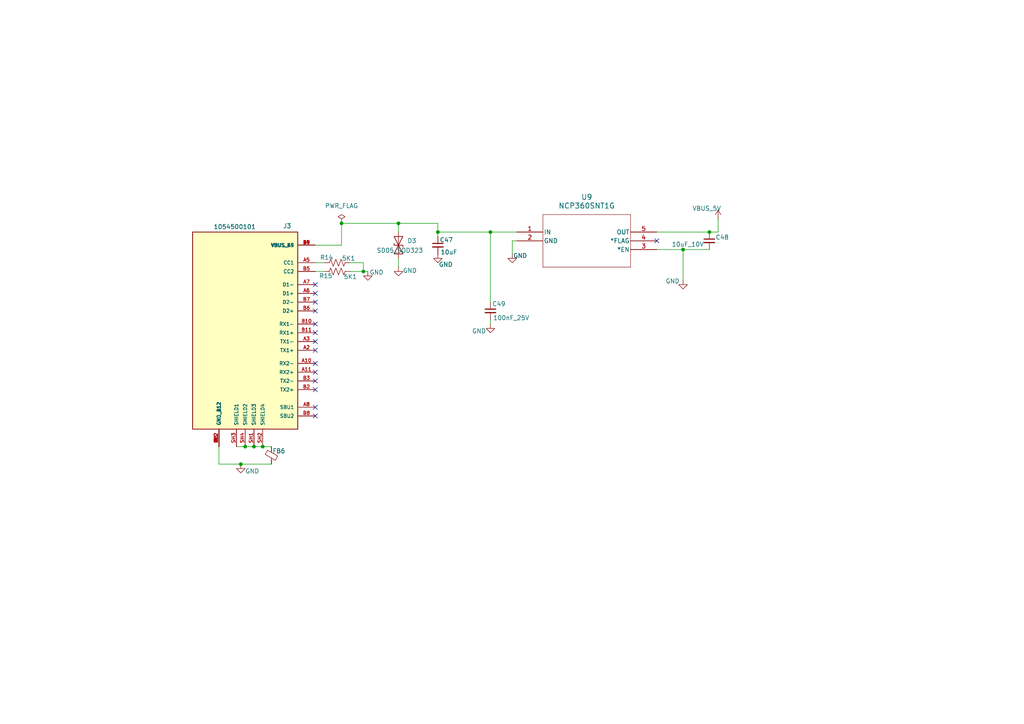
<source format=kicad_sch>
(kicad_sch
	(version 20250114)
	(generator "eeschema")
	(generator_version "9.0")
	(uuid "d411a5e2-9716-4547-8c5f-d2b9c7e61a4f")
	(paper "A4")
	(lib_symbols
		(symbol "Device:C_Small"
			(pin_numbers
				(hide yes)
			)
			(pin_names
				(offset 0.254)
				(hide yes)
			)
			(exclude_from_sim no)
			(in_bom yes)
			(on_board yes)
			(property "Reference" "C"
				(at 0.254 1.778 0)
				(effects
					(font
						(size 1.27 1.27)
					)
					(justify left)
				)
			)
			(property "Value" "C_Small"
				(at 0.254 -2.032 0)
				(effects
					(font
						(size 1.27 1.27)
					)
					(justify left)
				)
			)
			(property "Footprint" ""
				(at 0 0 0)
				(effects
					(font
						(size 1.27 1.27)
					)
					(hide yes)
				)
			)
			(property "Datasheet" "~"
				(at 0 0 0)
				(effects
					(font
						(size 1.27 1.27)
					)
					(hide yes)
				)
			)
			(property "Description" "Unpolarized capacitor, small symbol"
				(at 0 0 0)
				(effects
					(font
						(size 1.27 1.27)
					)
					(hide yes)
				)
			)
			(property "ki_keywords" "capacitor cap"
				(at 0 0 0)
				(effects
					(font
						(size 1.27 1.27)
					)
					(hide yes)
				)
			)
			(property "ki_fp_filters" "C_*"
				(at 0 0 0)
				(effects
					(font
						(size 1.27 1.27)
					)
					(hide yes)
				)
			)
			(symbol "C_Small_0_1"
				(polyline
					(pts
						(xy -1.524 0.508) (xy 1.524 0.508)
					)
					(stroke
						(width 0.3048)
						(type default)
					)
					(fill
						(type none)
					)
				)
				(polyline
					(pts
						(xy -1.524 -0.508) (xy 1.524 -0.508)
					)
					(stroke
						(width 0.3302)
						(type default)
					)
					(fill
						(type none)
					)
				)
			)
			(symbol "C_Small_1_1"
				(pin passive line
					(at 0 2.54 270)
					(length 2.032)
					(name "~"
						(effects
							(font
								(size 1.27 1.27)
							)
						)
					)
					(number "1"
						(effects
							(font
								(size 1.27 1.27)
							)
						)
					)
				)
				(pin passive line
					(at 0 -2.54 90)
					(length 2.032)
					(name "~"
						(effects
							(font
								(size 1.27 1.27)
							)
						)
					)
					(number "2"
						(effects
							(font
								(size 1.27 1.27)
							)
						)
					)
				)
			)
			(embedded_fonts no)
		)
		(symbol "Device:FerriteBead_Small"
			(pin_numbers
				(hide yes)
			)
			(pin_names
				(offset 0)
			)
			(exclude_from_sim no)
			(in_bom yes)
			(on_board yes)
			(property "Reference" "FB"
				(at 1.905 1.27 0)
				(effects
					(font
						(size 1.27 1.27)
					)
					(justify left)
				)
			)
			(property "Value" "FerriteBead_Small"
				(at 1.905 -1.27 0)
				(effects
					(font
						(size 1.27 1.27)
					)
					(justify left)
				)
			)
			(property "Footprint" ""
				(at -1.778 0 90)
				(effects
					(font
						(size 1.27 1.27)
					)
					(hide yes)
				)
			)
			(property "Datasheet" "~"
				(at 0 0 0)
				(effects
					(font
						(size 1.27 1.27)
					)
					(hide yes)
				)
			)
			(property "Description" "Ferrite bead, small symbol"
				(at 0 0 0)
				(effects
					(font
						(size 1.27 1.27)
					)
					(hide yes)
				)
			)
			(property "ki_keywords" "L ferrite bead inductor filter"
				(at 0 0 0)
				(effects
					(font
						(size 1.27 1.27)
					)
					(hide yes)
				)
			)
			(property "ki_fp_filters" "Inductor_* L_* *Ferrite*"
				(at 0 0 0)
				(effects
					(font
						(size 1.27 1.27)
					)
					(hide yes)
				)
			)
			(symbol "FerriteBead_Small_0_1"
				(polyline
					(pts
						(xy -1.8288 0.2794) (xy -1.1176 1.4986) (xy 1.8288 -0.2032) (xy 1.1176 -1.4224) (xy -1.8288 0.2794)
					)
					(stroke
						(width 0)
						(type default)
					)
					(fill
						(type none)
					)
				)
				(polyline
					(pts
						(xy 0 0.889) (xy 0 1.2954)
					)
					(stroke
						(width 0)
						(type default)
					)
					(fill
						(type none)
					)
				)
				(polyline
					(pts
						(xy 0 -1.27) (xy 0 -0.7874)
					)
					(stroke
						(width 0)
						(type default)
					)
					(fill
						(type none)
					)
				)
			)
			(symbol "FerriteBead_Small_1_1"
				(pin passive line
					(at 0 2.54 270)
					(length 1.27)
					(name "~"
						(effects
							(font
								(size 1.27 1.27)
							)
						)
					)
					(number "1"
						(effects
							(font
								(size 1.27 1.27)
							)
						)
					)
				)
				(pin passive line
					(at 0 -2.54 90)
					(length 1.27)
					(name "~"
						(effects
							(font
								(size 1.27 1.27)
							)
						)
					)
					(number "2"
						(effects
							(font
								(size 1.27 1.27)
							)
						)
					)
				)
			)
			(embedded_fonts no)
		)
		(symbol "Device:R_US"
			(pin_numbers
				(hide yes)
			)
			(pin_names
				(offset 0)
			)
			(exclude_from_sim no)
			(in_bom yes)
			(on_board yes)
			(property "Reference" "R"
				(at 2.54 0 90)
				(effects
					(font
						(size 1.27 1.27)
					)
				)
			)
			(property "Value" "R_US"
				(at -2.54 0 90)
				(effects
					(font
						(size 1.27 1.27)
					)
				)
			)
			(property "Footprint" ""
				(at 1.016 -0.254 90)
				(effects
					(font
						(size 1.27 1.27)
					)
					(hide yes)
				)
			)
			(property "Datasheet" "~"
				(at 0 0 0)
				(effects
					(font
						(size 1.27 1.27)
					)
					(hide yes)
				)
			)
			(property "Description" "Resistor, US symbol"
				(at 0 0 0)
				(effects
					(font
						(size 1.27 1.27)
					)
					(hide yes)
				)
			)
			(property "ki_keywords" "R res resistor"
				(at 0 0 0)
				(effects
					(font
						(size 1.27 1.27)
					)
					(hide yes)
				)
			)
			(property "ki_fp_filters" "R_*"
				(at 0 0 0)
				(effects
					(font
						(size 1.27 1.27)
					)
					(hide yes)
				)
			)
			(symbol "R_US_0_1"
				(polyline
					(pts
						(xy 0 2.286) (xy 0 2.54)
					)
					(stroke
						(width 0)
						(type default)
					)
					(fill
						(type none)
					)
				)
				(polyline
					(pts
						(xy 0 2.286) (xy 1.016 1.905) (xy 0 1.524) (xy -1.016 1.143) (xy 0 0.762)
					)
					(stroke
						(width 0)
						(type default)
					)
					(fill
						(type none)
					)
				)
				(polyline
					(pts
						(xy 0 0.762) (xy 1.016 0.381) (xy 0 0) (xy -1.016 -0.381) (xy 0 -0.762)
					)
					(stroke
						(width 0)
						(type default)
					)
					(fill
						(type none)
					)
				)
				(polyline
					(pts
						(xy 0 -0.762) (xy 1.016 -1.143) (xy 0 -1.524) (xy -1.016 -1.905) (xy 0 -2.286)
					)
					(stroke
						(width 0)
						(type default)
					)
					(fill
						(type none)
					)
				)
				(polyline
					(pts
						(xy 0 -2.286) (xy 0 -2.54)
					)
					(stroke
						(width 0)
						(type default)
					)
					(fill
						(type none)
					)
				)
			)
			(symbol "R_US_1_1"
				(pin passive line
					(at 0 3.81 270)
					(length 1.27)
					(name "~"
						(effects
							(font
								(size 1.27 1.27)
							)
						)
					)
					(number "1"
						(effects
							(font
								(size 1.27 1.27)
							)
						)
					)
				)
				(pin passive line
					(at 0 -3.81 90)
					(length 1.27)
					(name "~"
						(effects
							(font
								(size 1.27 1.27)
							)
						)
					)
					(number "2"
						(effects
							(font
								(size 1.27 1.27)
							)
						)
					)
				)
			)
			(embedded_fonts no)
		)
		(symbol "Diode:SD05_SOD323"
			(pin_numbers
				(hide yes)
			)
			(pin_names
				(offset 1.016)
				(hide yes)
			)
			(exclude_from_sim no)
			(in_bom yes)
			(on_board yes)
			(property "Reference" "D"
				(at 0 2.54 0)
				(effects
					(font
						(size 1.27 1.27)
					)
				)
			)
			(property "Value" "SD05_SOD323"
				(at 0 -2.54 0)
				(effects
					(font
						(size 1.27 1.27)
					)
				)
			)
			(property "Footprint" "Diode_SMD:D_SOD-323"
				(at 0 -5.08 0)
				(effects
					(font
						(size 1.27 1.27)
					)
					(hide yes)
				)
			)
			(property "Datasheet" "https://www.littelfuse.com/~/media/electronics/datasheets/tvs_diode_arrays/littelfuse_tvs_diode_array_sd_c_datasheet.pdf.pdf"
				(at 0 0 0)
				(effects
					(font
						(size 1.27 1.27)
					)
					(hide yes)
				)
			)
			(property "Description" "5V, 450W Discrete Bidirectional TVS Diode, SOD-323"
				(at 0 0 0)
				(effects
					(font
						(size 1.27 1.27)
					)
					(hide yes)
				)
			)
			(property "ki_keywords" "transient voltage suppressor thyrector transil"
				(at 0 0 0)
				(effects
					(font
						(size 1.27 1.27)
					)
					(hide yes)
				)
			)
			(property "ki_fp_filters" "D?SOD?323*"
				(at 0 0 0)
				(effects
					(font
						(size 1.27 1.27)
					)
					(hide yes)
				)
			)
			(symbol "SD05_SOD323_0_1"
				(polyline
					(pts
						(xy -2.54 -1.27) (xy 0 0) (xy -2.54 1.27) (xy -2.54 -1.27)
					)
					(stroke
						(width 0.2032)
						(type default)
					)
					(fill
						(type none)
					)
				)
				(polyline
					(pts
						(xy 0.508 1.27) (xy 0 1.27) (xy 0 -1.27) (xy -0.508 -1.27)
					)
					(stroke
						(width 0.2032)
						(type default)
					)
					(fill
						(type none)
					)
				)
				(polyline
					(pts
						(xy 1.27 0) (xy -1.27 0)
					)
					(stroke
						(width 0)
						(type default)
					)
					(fill
						(type none)
					)
				)
				(polyline
					(pts
						(xy 2.54 1.27) (xy 2.54 -1.27) (xy 0 0) (xy 2.54 1.27)
					)
					(stroke
						(width 0.2032)
						(type default)
					)
					(fill
						(type none)
					)
				)
			)
			(symbol "SD05_SOD323_1_1"
				(pin passive line
					(at -3.81 0 0)
					(length 2.54)
					(name "A1"
						(effects
							(font
								(size 1.27 1.27)
							)
						)
					)
					(number "1"
						(effects
							(font
								(size 1.27 1.27)
							)
						)
					)
				)
				(pin passive line
					(at 3.81 0 180)
					(length 2.54)
					(name "A2"
						(effects
							(font
								(size 1.27 1.27)
							)
						)
					)
					(number "2"
						(effects
							(font
								(size 1.27 1.27)
							)
						)
					)
				)
			)
			(embedded_fonts no)
		)
		(symbol "Over voltage protection:NCP360SNT1G"
			(pin_names
				(offset 0.254)
			)
			(exclude_from_sim no)
			(in_bom yes)
			(on_board yes)
			(property "Reference" "U9"
				(at 20.32 10.16 0)
				(effects
					(font
						(size 1.524 1.524)
					)
				)
			)
			(property "Value" "NCP360SNT1G"
				(at 20.32 7.62 0)
				(effects
					(font
						(size 1.524 1.524)
					)
				)
			)
			(property "Footprint" "USB_Overvoltage protection:TSOP5_3X1P5_ONS"
				(at 0 0 0)
				(effects
					(font
						(size 1.27 1.27)
						(italic yes)
					)
					(hide yes)
				)
			)
			(property "Datasheet" "NCP360SNT1G"
				(at 0 0 0)
				(effects
					(font
						(size 1.27 1.27)
						(italic yes)
					)
					(hide yes)
				)
			)
			(property "Description" ""
				(at 0 0 0)
				(effects
					(font
						(size 1.27 1.27)
					)
					(hide yes)
				)
			)
			(property "ki_locked" ""
				(at 0 0 0)
				(effects
					(font
						(size 1.27 1.27)
					)
				)
			)
			(property "ki_keywords" "NCP360SNT1G"
				(at 0 0 0)
				(effects
					(font
						(size 1.27 1.27)
					)
					(hide yes)
				)
			)
			(property "ki_fp_filters" "TSOP5_3X1P5_ONS TSOP5_3X1P5_ONS-M TSOP5_3X1P5_ONS-L"
				(at 0 0 0)
				(effects
					(font
						(size 1.27 1.27)
					)
					(hide yes)
				)
			)
			(symbol "NCP360SNT1G_0_1"
				(polyline
					(pts
						(xy 7.62 5.08) (xy 7.62 -10.16)
					)
					(stroke
						(width 0.127)
						(type default)
					)
					(fill
						(type none)
					)
				)
				(polyline
					(pts
						(xy 7.62 -10.16) (xy 33.02 -10.16)
					)
					(stroke
						(width 0.127)
						(type default)
					)
					(fill
						(type none)
					)
				)
				(polyline
					(pts
						(xy 33.02 5.08) (xy 7.62 5.08)
					)
					(stroke
						(width 0.127)
						(type default)
					)
					(fill
						(type none)
					)
				)
				(polyline
					(pts
						(xy 33.02 -10.16) (xy 33.02 5.08)
					)
					(stroke
						(width 0.127)
						(type default)
					)
					(fill
						(type none)
					)
				)
				(pin input line
					(at 0 0 0)
					(length 7.62)
					(name "IN"
						(effects
							(font
								(size 1.27 1.27)
							)
						)
					)
					(number "1"
						(effects
							(font
								(size 1.27 1.27)
							)
						)
					)
				)
				(pin power_in line
					(at 0 -2.54 0)
					(length 7.62)
					(name "GND"
						(effects
							(font
								(size 1.27 1.27)
							)
						)
					)
					(number "2"
						(effects
							(font
								(size 1.27 1.27)
							)
						)
					)
				)
				(pin output line
					(at 40.64 -2.54 180)
					(length 7.62)
					(name "*FLAG"
						(effects
							(font
								(size 1.27 1.27)
							)
						)
					)
					(number "4"
						(effects
							(font
								(size 1.27 1.27)
							)
						)
					)
				)
				(pin input line
					(at 40.64 -5.08 180)
					(length 7.62)
					(name "*EN"
						(effects
							(font
								(size 1.27 1.27)
							)
						)
					)
					(number "3"
						(effects
							(font
								(size 1.27 1.27)
							)
						)
					)
				)
			)
			(symbol "NCP360SNT1G_1_1"
				(pin power_out line
					(at 40.64 0 180)
					(length 7.62)
					(name "OUT"
						(effects
							(font
								(size 1.27 1.27)
							)
						)
					)
					(number "5"
						(effects
							(font
								(size 1.27 1.27)
							)
						)
					)
				)
			)
			(embedded_fonts no)
		)
		(symbol "USB Type C SMD:1054500101"
			(pin_names
				(offset 1.016)
			)
			(exclude_from_sim no)
			(in_bom yes)
			(on_board yes)
			(property "Reference" "J3"
				(at 12.192 33.528 0)
				(effects
					(font
						(size 1.27 1.27)
					)
				)
			)
			(property "Value" "1054500101"
				(at -3.048 33.274 0)
				(effects
					(font
						(size 1.27 1.27)
					)
				)
			)
			(property "Footprint" "1054500101:MOLEX_1054500101"
				(at 0 0 0)
				(effects
					(font
						(size 1.27 1.27)
					)
					(justify bottom)
					(hide yes)
				)
			)
			(property "Datasheet" ""
				(at 0 0 0)
				(effects
					(font
						(size 1.27 1.27)
					)
					(hide yes)
				)
			)
			(property "Description" ""
				(at 0 0 0)
				(effects
					(font
						(size 1.27 1.27)
					)
					(hide yes)
				)
			)
			(property "PARTREV" "A7"
				(at 0 0 0)
				(effects
					(font
						(size 1.27 1.27)
					)
					(justify bottom)
					(hide yes)
				)
			)
			(property "STANDARD" "Manufacturer Recommendations"
				(at 0 0 0)
				(effects
					(font
						(size 1.27 1.27)
					)
					(justify bottom)
					(hide yes)
				)
			)
			(property "OPTION" "MOLEX_CONFIG"
				(at 0 0 0)
				(effects
					(font
						(size 1.27 1.27)
					)
					(justify bottom)
					(hide yes)
				)
			)
			(property "MAXIMUM_PACKAGE_HEIGHT" "3.24mm"
				(at 0 0 0)
				(effects
					(font
						(size 1.27 1.27)
					)
					(justify bottom)
					(hide yes)
				)
			)
			(property "MANUFACTURER" "Molex"
				(at 0 0 0)
				(effects
					(font
						(size 1.27 1.27)
					)
					(justify bottom)
					(hide yes)
				)
			)
			(symbol "1054500101_0_0"
				(rectangle
					(start -15.24 31.75)
					(end 15.24 -25.4)
					(stroke
						(width 0.254)
						(type default)
					)
					(fill
						(type background)
					)
				)
				(pin power_in line
					(at -7.62 -30.48 90)
					(length 5.08)
					(name "GND_A12"
						(effects
							(font
								(size 1.016 1.016)
							)
						)
					)
					(number "A12"
						(effects
							(font
								(size 1.016 1.016)
							)
						)
					)
				)
				(pin power_in line
					(at -7.62 -30.48 90)
					(length 5.08)
					(name "GND_B1"
						(effects
							(font
								(size 1.016 1.016)
							)
						)
					)
					(number "B1"
						(effects
							(font
								(size 1.016 1.016)
							)
						)
					)
				)
				(pin power_in line
					(at -7.62 -30.48 90)
					(length 5.08)
					(name "GND_B12"
						(effects
							(font
								(size 1.016 1.016)
							)
						)
					)
					(number "B12"
						(effects
							(font
								(size 1.016 1.016)
							)
						)
					)
				)
				(pin passive line
					(at -2.54 -30.48 90)
					(length 5.08)
					(name "SHIELD1"
						(effects
							(font
								(size 1.016 1.016)
							)
						)
					)
					(number "SH3"
						(effects
							(font
								(size 1.016 1.016)
							)
						)
					)
				)
				(pin passive line
					(at 0 -30.48 90)
					(length 5.08)
					(name "SHIELD2"
						(effects
							(font
								(size 1.016 1.016)
							)
						)
					)
					(number "SH4"
						(effects
							(font
								(size 1.016 1.016)
							)
						)
					)
				)
				(pin passive line
					(at 2.54 -30.48 90)
					(length 5.08)
					(name "SHIELD3"
						(effects
							(font
								(size 1.016 1.016)
							)
						)
					)
					(number "SH1"
						(effects
							(font
								(size 1.016 1.016)
							)
						)
					)
				)
				(pin passive line
					(at 5.08 -30.48 90)
					(length 5.08)
					(name "SHIELD4"
						(effects
							(font
								(size 1.016 1.016)
							)
						)
					)
					(number "SH2"
						(effects
							(font
								(size 1.016 1.016)
							)
						)
					)
				)
				(pin power_in line
					(at 20.32 27.94 180)
					(length 5.08)
					(name "VBUS_A4"
						(effects
							(font
								(size 1.016 1.016)
							)
						)
					)
					(number "A4"
						(effects
							(font
								(size 1.016 1.016)
							)
						)
					)
				)
				(pin power_in line
					(at 20.32 27.94 180)
					(length 5.08)
					(name "VBUS_A9"
						(effects
							(font
								(size 1.016 1.016)
							)
						)
					)
					(number "A9"
						(effects
							(font
								(size 1.016 1.016)
							)
						)
					)
				)
				(pin power_in line
					(at 20.32 27.94 180)
					(length 5.08)
					(name "VBUS_B4"
						(effects
							(font
								(size 1.016 1.016)
							)
						)
					)
					(number "B4"
						(effects
							(font
								(size 1.016 1.016)
							)
						)
					)
				)
				(pin power_in line
					(at 20.32 27.94 180)
					(length 5.08)
					(name "VBUS_B9"
						(effects
							(font
								(size 1.016 1.016)
							)
						)
					)
					(number "B9"
						(effects
							(font
								(size 1.016 1.016)
							)
						)
					)
				)
				(pin bidirectional line
					(at 20.32 22.86 180)
					(length 5.08)
					(name "CC1"
						(effects
							(font
								(size 1.016 1.016)
							)
						)
					)
					(number "A5"
						(effects
							(font
								(size 1.016 1.016)
							)
						)
					)
				)
				(pin bidirectional line
					(at 20.32 20.32 180)
					(length 5.08)
					(name "CC2"
						(effects
							(font
								(size 1.016 1.016)
							)
						)
					)
					(number "B5"
						(effects
							(font
								(size 1.016 1.016)
							)
						)
					)
				)
				(pin bidirectional line
					(at 20.32 16.51 180)
					(length 5.08)
					(name "D1-"
						(effects
							(font
								(size 1.016 1.016)
							)
						)
					)
					(number "A7"
						(effects
							(font
								(size 1.016 1.016)
							)
						)
					)
				)
				(pin bidirectional line
					(at 20.32 13.97 180)
					(length 5.08)
					(name "D1+"
						(effects
							(font
								(size 1.016 1.016)
							)
						)
					)
					(number "A6"
						(effects
							(font
								(size 1.016 1.016)
							)
						)
					)
				)
				(pin bidirectional line
					(at 20.32 11.43 180)
					(length 5.08)
					(name "D2-"
						(effects
							(font
								(size 1.016 1.016)
							)
						)
					)
					(number "B7"
						(effects
							(font
								(size 1.016 1.016)
							)
						)
					)
				)
				(pin bidirectional line
					(at 20.32 8.89 180)
					(length 5.08)
					(name "D2+"
						(effects
							(font
								(size 1.016 1.016)
							)
						)
					)
					(number "B6"
						(effects
							(font
								(size 1.016 1.016)
							)
						)
					)
				)
				(pin bidirectional line
					(at 20.32 5.08 180)
					(length 5.08)
					(name "RX1-"
						(effects
							(font
								(size 1.016 1.016)
							)
						)
					)
					(number "B10"
						(effects
							(font
								(size 1.016 1.016)
							)
						)
					)
				)
				(pin bidirectional line
					(at 20.32 2.54 180)
					(length 5.08)
					(name "RX1+"
						(effects
							(font
								(size 1.016 1.016)
							)
						)
					)
					(number "B11"
						(effects
							(font
								(size 1.016 1.016)
							)
						)
					)
				)
				(pin bidirectional line
					(at 20.32 0 180)
					(length 5.08)
					(name "TX1-"
						(effects
							(font
								(size 1.016 1.016)
							)
						)
					)
					(number "A3"
						(effects
							(font
								(size 1.016 1.016)
							)
						)
					)
				)
				(pin bidirectional line
					(at 20.32 -2.54 180)
					(length 5.08)
					(name "TX1+"
						(effects
							(font
								(size 1.016 1.016)
							)
						)
					)
					(number "A2"
						(effects
							(font
								(size 1.016 1.016)
							)
						)
					)
				)
				(pin bidirectional line
					(at 20.32 -6.35 180)
					(length 5.08)
					(name "RX2-"
						(effects
							(font
								(size 1.016 1.016)
							)
						)
					)
					(number "A10"
						(effects
							(font
								(size 1.016 1.016)
							)
						)
					)
				)
				(pin bidirectional line
					(at 20.32 -8.89 180)
					(length 5.08)
					(name "RX2+"
						(effects
							(font
								(size 1.016 1.016)
							)
						)
					)
					(number "A11"
						(effects
							(font
								(size 1.016 1.016)
							)
						)
					)
				)
				(pin bidirectional line
					(at 20.32 -11.43 180)
					(length 5.08)
					(name "TX2-"
						(effects
							(font
								(size 1.016 1.016)
							)
						)
					)
					(number "B3"
						(effects
							(font
								(size 1.016 1.016)
							)
						)
					)
				)
				(pin bidirectional line
					(at 20.32 -13.97 180)
					(length 5.08)
					(name "TX2+"
						(effects
							(font
								(size 1.016 1.016)
							)
						)
					)
					(number "B2"
						(effects
							(font
								(size 1.016 1.016)
							)
						)
					)
				)
				(pin bidirectional line
					(at 20.32 -19.05 180)
					(length 5.08)
					(name "SBU1"
						(effects
							(font
								(size 1.016 1.016)
							)
						)
					)
					(number "A8"
						(effects
							(font
								(size 1.016 1.016)
							)
						)
					)
				)
				(pin bidirectional line
					(at 20.32 -21.59 180)
					(length 5.08)
					(name "SBU2"
						(effects
							(font
								(size 1.016 1.016)
							)
						)
					)
					(number "B8"
						(effects
							(font
								(size 1.016 1.016)
							)
						)
					)
				)
			)
			(symbol "1054500101_1_0"
				(pin power_in line
					(at -7.62 -30.48 90)
					(length 5.08)
					(name "GND_A1"
						(effects
							(font
								(size 1.016 1.016)
							)
						)
					)
					(number "A1"
						(effects
							(font
								(size 1.016 1.016)
							)
						)
					)
				)
			)
			(embedded_fonts no)
		)
		(symbol "power:GND"
			(power)
			(pin_numbers
				(hide yes)
			)
			(pin_names
				(offset 0)
				(hide yes)
			)
			(exclude_from_sim no)
			(in_bom yes)
			(on_board yes)
			(property "Reference" "#PWR"
				(at 0 -6.35 0)
				(effects
					(font
						(size 1.27 1.27)
					)
					(hide yes)
				)
			)
			(property "Value" "GND"
				(at 0 -3.81 0)
				(effects
					(font
						(size 1.27 1.27)
					)
				)
			)
			(property "Footprint" ""
				(at 0 0 0)
				(effects
					(font
						(size 1.27 1.27)
					)
					(hide yes)
				)
			)
			(property "Datasheet" ""
				(at 0 0 0)
				(effects
					(font
						(size 1.27 1.27)
					)
					(hide yes)
				)
			)
			(property "Description" "Power symbol creates a global label with name \"GND\" , ground"
				(at 0 0 0)
				(effects
					(font
						(size 1.27 1.27)
					)
					(hide yes)
				)
			)
			(property "ki_keywords" "global power"
				(at 0 0 0)
				(effects
					(font
						(size 1.27 1.27)
					)
					(hide yes)
				)
			)
			(symbol "GND_0_1"
				(polyline
					(pts
						(xy 0 0) (xy 0 -1.27) (xy 1.27 -1.27) (xy 0 -2.54) (xy -1.27 -1.27) (xy 0 -1.27)
					)
					(stroke
						(width 0)
						(type default)
					)
					(fill
						(type none)
					)
				)
			)
			(symbol "GND_1_1"
				(pin power_in line
					(at 0 0 270)
					(length 0)
					(name "~"
						(effects
							(font
								(size 1.27 1.27)
							)
						)
					)
					(number "1"
						(effects
							(font
								(size 1.27 1.27)
							)
						)
					)
				)
			)
			(embedded_fonts no)
		)
		(symbol "power:PWR_FLAG"
			(power)
			(pin_numbers
				(hide yes)
			)
			(pin_names
				(offset 0)
				(hide yes)
			)
			(exclude_from_sim no)
			(in_bom yes)
			(on_board yes)
			(property "Reference" "#FLG"
				(at 0 1.905 0)
				(effects
					(font
						(size 1.27 1.27)
					)
					(hide yes)
				)
			)
			(property "Value" "PWR_FLAG"
				(at 0 3.81 0)
				(effects
					(font
						(size 1.27 1.27)
					)
				)
			)
			(property "Footprint" ""
				(at 0 0 0)
				(effects
					(font
						(size 1.27 1.27)
					)
					(hide yes)
				)
			)
			(property "Datasheet" "~"
				(at 0 0 0)
				(effects
					(font
						(size 1.27 1.27)
					)
					(hide yes)
				)
			)
			(property "Description" "Special symbol for telling ERC where power comes from"
				(at 0 0 0)
				(effects
					(font
						(size 1.27 1.27)
					)
					(hide yes)
				)
			)
			(property "ki_keywords" "flag power"
				(at 0 0 0)
				(effects
					(font
						(size 1.27 1.27)
					)
					(hide yes)
				)
			)
			(symbol "PWR_FLAG_0_0"
				(pin power_out line
					(at 0 0 90)
					(length 0)
					(name "~"
						(effects
							(font
								(size 1.27 1.27)
							)
						)
					)
					(number "1"
						(effects
							(font
								(size 1.27 1.27)
							)
						)
					)
				)
			)
			(symbol "PWR_FLAG_0_1"
				(polyline
					(pts
						(xy 0 0) (xy 0 1.27) (xy -1.016 1.905) (xy 0 2.54) (xy 1.016 1.905) (xy 0 1.27)
					)
					(stroke
						(width 0)
						(type default)
					)
					(fill
						(type none)
					)
				)
			)
			(embedded_fonts no)
		)
		(symbol "power:VBUS"
			(power)
			(pin_numbers
				(hide yes)
			)
			(pin_names
				(offset 0)
				(hide yes)
			)
			(exclude_from_sim no)
			(in_bom yes)
			(on_board yes)
			(property "Reference" "#PWR"
				(at 0 -3.81 0)
				(effects
					(font
						(size 1.27 1.27)
					)
					(hide yes)
				)
			)
			(property "Value" "VBUS"
				(at 0 3.556 0)
				(effects
					(font
						(size 1.27 1.27)
					)
				)
			)
			(property "Footprint" ""
				(at 0 0 0)
				(effects
					(font
						(size 1.27 1.27)
					)
					(hide yes)
				)
			)
			(property "Datasheet" ""
				(at 0 0 0)
				(effects
					(font
						(size 1.27 1.27)
					)
					(hide yes)
				)
			)
			(property "Description" "Power symbol creates a global label with name \"VBUS\""
				(at 0 0 0)
				(effects
					(font
						(size 1.27 1.27)
					)
					(hide yes)
				)
			)
			(property "ki_keywords" "global power"
				(at 0 0 0)
				(effects
					(font
						(size 1.27 1.27)
					)
					(hide yes)
				)
			)
			(symbol "VBUS_0_1"
				(polyline
					(pts
						(xy -0.762 1.27) (xy 0 2.54)
					)
					(stroke
						(width 0)
						(type default)
					)
					(fill
						(type none)
					)
				)
				(polyline
					(pts
						(xy 0 2.54) (xy 0.762 1.27)
					)
					(stroke
						(width 0)
						(type default)
					)
					(fill
						(type none)
					)
				)
				(polyline
					(pts
						(xy 0 0) (xy 0 2.54)
					)
					(stroke
						(width 0)
						(type default)
					)
					(fill
						(type none)
					)
				)
			)
			(symbol "VBUS_1_1"
				(pin power_in line
					(at 0 0 90)
					(length 0)
					(name "~"
						(effects
							(font
								(size 1.27 1.27)
							)
						)
					)
					(number "1"
						(effects
							(font
								(size 1.27 1.27)
							)
						)
					)
				)
			)
			(embedded_fonts no)
		)
	)
	(junction
		(at 99.06 64.77)
		(diameter 0)
		(color 0 0 0 0)
		(uuid "027c6405-b3a5-4294-9800-6f50f0a93a8f")
	)
	(junction
		(at 71.12 129.54)
		(diameter 0)
		(color 0 0 0 0)
		(uuid "58073c94-e3fb-4f66-b913-24bdbed5f53c")
	)
	(junction
		(at 115.57 64.77)
		(diameter 0)
		(color 0 0 0 0)
		(uuid "60273af2-33df-45da-b610-49260752cb64")
	)
	(junction
		(at 198.12 72.39)
		(diameter 0)
		(color 0 0 0 0)
		(uuid "690d39a9-2f50-452b-a68c-cbe37384a66a")
	)
	(junction
		(at 205.74 67.31)
		(diameter 0)
		(color 0 0 0 0)
		(uuid "6ba4d7fe-e1c9-4020-9f11-ff3a950e17d6")
	)
	(junction
		(at 105.41 78.74)
		(diameter 0)
		(color 0 0 0 0)
		(uuid "6c54b15b-633f-4e7b-a501-66ba5484660d")
	)
	(junction
		(at 69.85 134.62)
		(diameter 0)
		(color 0 0 0 0)
		(uuid "80ca4bb6-41fa-4893-9bab-fa1ad3f34510")
	)
	(junction
		(at 73.66 129.54)
		(diameter 0)
		(color 0 0 0 0)
		(uuid "bcb0dfa4-3533-478c-b184-5b69db8aff66")
	)
	(junction
		(at 142.24 67.31)
		(diameter 0)
		(color 0 0 0 0)
		(uuid "c75b39e7-dd9c-4395-b56f-03a2f7cc8f52")
	)
	(junction
		(at 76.2 129.54)
		(diameter 0)
		(color 0 0 0 0)
		(uuid "cfb4af62-6dea-4de7-9b63-4e1fac40b5c8")
	)
	(junction
		(at 127 67.31)
		(diameter 0)
		(color 0 0 0 0)
		(uuid "d042dfc6-f9d7-49b0-a1a0-6cc6db800f0a")
	)
	(no_connect
		(at 91.44 82.55)
		(uuid "19374208-e943-414b-8fb3-19fb4a172cff")
	)
	(no_connect
		(at 91.44 87.63)
		(uuid "4e8d3140-8b76-4406-9fc6-3a2c8992fd6a")
	)
	(no_connect
		(at 91.44 101.6)
		(uuid "50b10785-aa94-4f1d-9b4f-9679ca740129")
	)
	(no_connect
		(at 91.44 105.41)
		(uuid "5956eb65-6c56-4cde-85c4-39dff149dcaa")
	)
	(no_connect
		(at 91.44 113.03)
		(uuid "662e1d62-1999-4d75-85ac-75024ceb2771")
	)
	(no_connect
		(at 190.5 69.85)
		(uuid "82509f13-4a38-4713-b294-771cf4c935b8")
	)
	(no_connect
		(at 91.44 85.09)
		(uuid "880975d0-924c-429c-852b-8e6b3d3ba640")
	)
	(no_connect
		(at 91.44 110.49)
		(uuid "8bdbe2aa-ea39-4043-a20c-0d9340782b22")
	)
	(no_connect
		(at 91.44 107.95)
		(uuid "8ec11541-e641-440a-bd25-f748ae61e9e7")
	)
	(no_connect
		(at 91.44 99.06)
		(uuid "ae2ce8a7-fa1c-49c0-852e-990767af0db1")
	)
	(no_connect
		(at 91.44 93.98)
		(uuid "af902670-0a67-4be3-b930-49591a1acb16")
	)
	(no_connect
		(at 91.44 90.17)
		(uuid "b8c539fd-2124-4af2-8d0a-d6682147a273")
	)
	(no_connect
		(at 91.44 96.52)
		(uuid "dc5da546-0cd2-42c9-b92b-c534082d1632")
	)
	(no_connect
		(at 91.44 118.11)
		(uuid "e7351b2e-9a1e-4002-a4e3-b30ee1a81a10")
	)
	(no_connect
		(at 91.44 120.65)
		(uuid "e770a287-46e6-4f1e-8350-4eb96cc98e52")
	)
	(wire
		(pts
			(xy 190.5 67.31) (xy 205.74 67.31)
		)
		(stroke
			(width 0)
			(type default)
		)
		(uuid "09240460-f6d4-4a7d-b417-642157029fd9")
	)
	(wire
		(pts
			(xy 148.59 73.66) (xy 148.59 69.85)
		)
		(stroke
			(width 0)
			(type default)
		)
		(uuid "0a62e78c-878a-4659-842f-7da0675b1701")
	)
	(wire
		(pts
			(xy 115.57 74.93) (xy 115.57 77.47)
		)
		(stroke
			(width 0)
			(type default)
		)
		(uuid "0a6c2d28-a615-4d22-94cf-38e88883c017")
	)
	(wire
		(pts
			(xy 127 68.58) (xy 127 67.31)
		)
		(stroke
			(width 0)
			(type default)
		)
		(uuid "10582c83-0440-40ad-b381-228ed638a0e7")
	)
	(wire
		(pts
			(xy 115.57 64.77) (xy 127 64.77)
		)
		(stroke
			(width 0)
			(type default)
		)
		(uuid "2ebdddfa-b17a-4c0d-8c71-83cd656c2e2d")
	)
	(wire
		(pts
			(xy 127 67.31) (xy 142.24 67.31)
		)
		(stroke
			(width 0)
			(type default)
		)
		(uuid "30f652b2-7ebe-4adb-88bb-7e193d174666")
	)
	(wire
		(pts
			(xy 208.28 63.5) (xy 208.28 67.31)
		)
		(stroke
			(width 0)
			(type default)
		)
		(uuid "44128594-6c5b-4861-ac44-a21ecd8f8f47")
	)
	(wire
		(pts
			(xy 63.5 129.54) (xy 63.5 134.62)
		)
		(stroke
			(width 0)
			(type default)
		)
		(uuid "44eceb5e-cf19-452d-9a56-e04f91a5a3e3")
	)
	(wire
		(pts
			(xy 91.44 76.2) (xy 93.98 76.2)
		)
		(stroke
			(width 0)
			(type default)
		)
		(uuid "51c016d5-8408-4ebe-a66c-67e80f03a544")
	)
	(wire
		(pts
			(xy 71.12 129.54) (xy 73.66 129.54)
		)
		(stroke
			(width 0)
			(type default)
		)
		(uuid "65f0ec9f-6476-42e9-83b2-d672f1d39a26")
	)
	(wire
		(pts
			(xy 101.6 76.2) (xy 105.41 76.2)
		)
		(stroke
			(width 0)
			(type default)
		)
		(uuid "74dd8509-b45c-4dd9-b52d-b89e5f7e187e")
	)
	(wire
		(pts
			(xy 63.5 134.62) (xy 69.85 134.62)
		)
		(stroke
			(width 0)
			(type default)
		)
		(uuid "7c2393f1-79dc-48a3-a678-d9ae8b01596e")
	)
	(wire
		(pts
			(xy 105.41 76.2) (xy 105.41 78.74)
		)
		(stroke
			(width 0)
			(type default)
		)
		(uuid "887f662f-5f5d-46c2-af9a-5b776339f9c1")
	)
	(wire
		(pts
			(xy 68.58 129.54) (xy 71.12 129.54)
		)
		(stroke
			(width 0)
			(type default)
		)
		(uuid "94460ac1-0747-4b09-a3f7-35926f4f8d84")
	)
	(wire
		(pts
			(xy 115.57 64.77) (xy 115.57 67.31)
		)
		(stroke
			(width 0)
			(type default)
		)
		(uuid "b4b5f84b-b133-4ee0-8211-4875fb95faf6")
	)
	(wire
		(pts
			(xy 149.86 67.31) (xy 142.24 67.31)
		)
		(stroke
			(width 0)
			(type default)
		)
		(uuid "b7d01173-144e-446c-ad6a-d0851816a14f")
	)
	(wire
		(pts
			(xy 198.12 72.39) (xy 198.12 81.28)
		)
		(stroke
			(width 0)
			(type default)
		)
		(uuid "bd1a8acb-cdf0-477d-a156-5abc67738f9b")
	)
	(wire
		(pts
			(xy 142.24 92.71) (xy 142.24 93.98)
		)
		(stroke
			(width 0)
			(type default)
		)
		(uuid "bf7213dd-63bd-4e98-b6ed-375a699ca531")
	)
	(wire
		(pts
			(xy 91.44 71.12) (xy 99.06 71.12)
		)
		(stroke
			(width 0)
			(type default)
		)
		(uuid "c0e6dfbe-4934-4dc2-85d5-cbb5a8c00a0e")
	)
	(wire
		(pts
			(xy 105.41 78.74) (xy 101.6 78.74)
		)
		(stroke
			(width 0)
			(type default)
		)
		(uuid "c9fd5127-d9aa-476b-994f-a828677e39a0")
	)
	(wire
		(pts
			(xy 99.06 64.77) (xy 115.57 64.77)
		)
		(stroke
			(width 0)
			(type default)
		)
		(uuid "cb6c36e0-d552-43f9-ba4a-46bab954875c")
	)
	(wire
		(pts
			(xy 127 67.31) (xy 127 64.77)
		)
		(stroke
			(width 0)
			(type default)
		)
		(uuid "cd885a0d-26af-404a-90d4-c997217f4bfd")
	)
	(wire
		(pts
			(xy 69.85 134.62) (xy 78.74 134.62)
		)
		(stroke
			(width 0)
			(type default)
		)
		(uuid "d7baf496-c2e0-49c7-98a7-ee2ea6b311e5")
	)
	(wire
		(pts
			(xy 91.44 78.74) (xy 93.98 78.74)
		)
		(stroke
			(width 0)
			(type default)
		)
		(uuid "d8100e34-5d47-4a55-9473-1639eeece7c1")
	)
	(wire
		(pts
			(xy 105.41 78.74) (xy 106.68 78.74)
		)
		(stroke
			(width 0)
			(type default)
		)
		(uuid "de7f72d7-65e5-4695-a651-4f95dcd8657e")
	)
	(wire
		(pts
			(xy 148.59 69.85) (xy 149.86 69.85)
		)
		(stroke
			(width 0)
			(type default)
		)
		(uuid "e12dc993-b7c0-4604-adea-6311ed91827d")
	)
	(wire
		(pts
			(xy 76.2 129.54) (xy 78.74 129.54)
		)
		(stroke
			(width 0)
			(type default)
		)
		(uuid "e1fe8602-5129-409f-99cc-fde49600babb")
	)
	(wire
		(pts
			(xy 198.12 72.39) (xy 205.74 72.39)
		)
		(stroke
			(width 0)
			(type default)
		)
		(uuid "e37f25ef-6325-452a-9522-49dbb968925b")
	)
	(wire
		(pts
			(xy 99.06 71.12) (xy 99.06 64.77)
		)
		(stroke
			(width 0)
			(type default)
		)
		(uuid "e49824d4-16af-4365-8805-6a6dc5f8b14f")
	)
	(wire
		(pts
			(xy 142.24 67.31) (xy 142.24 87.63)
		)
		(stroke
			(width 0)
			(type default)
		)
		(uuid "eebe1597-1bee-4b0a-83bd-8e18990065d3")
	)
	(wire
		(pts
			(xy 73.66 129.54) (xy 76.2 129.54)
		)
		(stroke
			(width 0)
			(type default)
		)
		(uuid "f1997f22-3089-4e4c-89c9-42e727c670bc")
	)
	(wire
		(pts
			(xy 190.5 72.39) (xy 198.12 72.39)
		)
		(stroke
			(width 0)
			(type default)
		)
		(uuid "f1a652c0-8f41-457d-a400-3bd2a0fd121c")
	)
	(wire
		(pts
			(xy 205.74 67.31) (xy 208.28 67.31)
		)
		(stroke
			(width 0)
			(type default)
		)
		(uuid "ff12083f-6743-4da5-a1f1-b7d69d8746a7")
	)
	(symbol
		(lib_id "power:GND")
		(at 148.59 73.66 0)
		(unit 1)
		(exclude_from_sim no)
		(in_bom yes)
		(on_board yes)
		(dnp no)
		(uuid "0728ceb8-f6db-4de1-8e57-4c15a53dfed9")
		(property "Reference" "#PWR079"
			(at 148.59 80.01 0)
			(effects
				(font
					(size 1.27 1.27)
				)
				(hide yes)
			)
		)
		(property "Value" "GND"
			(at 150.876 74.168 0)
			(effects
				(font
					(size 1.27 1.27)
				)
			)
		)
		(property "Footprint" ""
			(at 148.59 73.66 0)
			(effects
				(font
					(size 1.27 1.27)
				)
				(hide yes)
			)
		)
		(property "Datasheet" ""
			(at 148.59 73.66 0)
			(effects
				(font
					(size 1.27 1.27)
				)
				(hide yes)
			)
		)
		(property "Description" "Power symbol creates a global label with name \"GND\" , ground"
			(at 148.59 73.66 0)
			(effects
				(font
					(size 1.27 1.27)
				)
				(hide yes)
			)
		)
		(pin "1"
			(uuid "0f1d720e-201d-44d2-9959-50d83c31d492")
		)
		(instances
			(project "LA-V1.0"
				(path "/b660d758-0a8a-465a-a23c-b3e4c79a038d/106ec561-1c8e-4f11-bf67-e1a1acb95b7b"
					(reference "#PWR079")
					(unit 1)
				)
			)
		)
	)
	(symbol
		(lib_id "Device:C_Small")
		(at 142.24 90.17 0)
		(unit 1)
		(exclude_from_sim no)
		(in_bom yes)
		(on_board yes)
		(dnp no)
		(uuid "1f5c41e3-bda0-42de-ab2c-5bf643efc342")
		(property "Reference" "C49"
			(at 142.748 88.138 0)
			(effects
				(font
					(size 1.27 1.27)
				)
				(justify left)
			)
		)
		(property "Value" "100nF_25V"
			(at 143.002 92.202 0)
			(effects
				(font
					(size 1.27 1.27)
				)
				(justify left)
			)
		)
		(property "Footprint" "Capacitor_SMD:C_0402_1005Metric"
			(at 142.24 90.17 0)
			(effects
				(font
					(size 1.27 1.27)
				)
				(hide yes)
			)
		)
		(property "Datasheet" "~"
			(at 142.24 90.17 0)
			(effects
				(font
					(size 1.27 1.27)
				)
				(hide yes)
			)
		)
		(property "Description" "Unpolarized capacitor, small symbol"
			(at 142.24 90.17 0)
			(effects
				(font
					(size 1.27 1.27)
				)
				(hide yes)
			)
		)
		(property "LCSC Part#" "C155422"
			(at 142.24 90.17 0)
			(effects
				(font
					(size 1.27 1.27)
				)
				(hide yes)
			)
		)
		(property "Availability" ""
			(at 142.24 90.17 0)
			(effects
				(font
					(size 1.27 1.27)
				)
			)
		)
		(property "Check_prices" ""
			(at 142.24 90.17 0)
			(effects
				(font
					(size 1.27 1.27)
				)
			)
		)
		(property "Description_1" ""
			(at 142.24 90.17 0)
			(effects
				(font
					(size 1.27 1.27)
				)
			)
		)
		(property "MF" ""
			(at 142.24 90.17 0)
			(effects
				(font
					(size 1.27 1.27)
				)
			)
		)
		(property "MP" ""
			(at 142.24 90.17 0)
			(effects
				(font
					(size 1.27 1.27)
				)
			)
		)
		(property "Package" ""
			(at 142.24 90.17 0)
			(effects
				(font
					(size 1.27 1.27)
				)
			)
		)
		(property "Price" ""
			(at 142.24 90.17 0)
			(effects
				(font
					(size 1.27 1.27)
				)
			)
		)
		(property "SnapEDA_Link" ""
			(at 142.24 90.17 0)
			(effects
				(font
					(size 1.27 1.27)
				)
			)
		)
		(pin "1"
			(uuid "c5e422e9-5dc3-4e90-b7c3-7b828024da19")
		)
		(pin "2"
			(uuid "3f066252-b281-4883-83bf-8295bceb462b")
		)
		(instances
			(project "LA-V1.0"
				(path "/b660d758-0a8a-465a-a23c-b3e4c79a038d/106ec561-1c8e-4f11-bf67-e1a1acb95b7b"
					(reference "C49")
					(unit 1)
				)
			)
		)
	)
	(symbol
		(lib_id "power:GND")
		(at 69.85 134.62 0)
		(unit 1)
		(exclude_from_sim no)
		(in_bom yes)
		(on_board yes)
		(dnp no)
		(uuid "2125df82-656c-4d2e-8200-4c2cc9dd4e22")
		(property "Reference" "#PWR087"
			(at 69.85 140.97 0)
			(effects
				(font
					(size 1.27 1.27)
				)
				(hide yes)
			)
		)
		(property "Value" "GND"
			(at 73.152 136.652 0)
			(effects
				(font
					(size 1.27 1.27)
				)
			)
		)
		(property "Footprint" ""
			(at 69.85 134.62 0)
			(effects
				(font
					(size 1.27 1.27)
				)
				(hide yes)
			)
		)
		(property "Datasheet" ""
			(at 69.85 134.62 0)
			(effects
				(font
					(size 1.27 1.27)
				)
				(hide yes)
			)
		)
		(property "Description" "Power symbol creates a global label with name \"GND\" , ground"
			(at 69.85 134.62 0)
			(effects
				(font
					(size 1.27 1.27)
				)
				(hide yes)
			)
		)
		(pin "1"
			(uuid "202a37f7-bc6e-4d47-8c6d-af29a4d2639a")
		)
		(instances
			(project "LA-V1.0"
				(path "/b660d758-0a8a-465a-a23c-b3e4c79a038d/106ec561-1c8e-4f11-bf67-e1a1acb95b7b"
					(reference "#PWR087")
					(unit 1)
				)
			)
		)
	)
	(symbol
		(lib_id "Over voltage protection:NCP360SNT1G")
		(at 149.86 67.31 0)
		(unit 1)
		(exclude_from_sim no)
		(in_bom yes)
		(on_board yes)
		(dnp no)
		(fields_autoplaced yes)
		(uuid "2c226410-18e3-42bc-8ce3-4dd09dcc141b")
		(property "Reference" "U9"
			(at 170.18 57.15 0)
			(effects
				(font
					(size 1.524 1.524)
				)
			)
		)
		(property "Value" "NCP360SNT1G"
			(at 170.18 59.69 0)
			(effects
				(font
					(size 1.524 1.524)
				)
			)
		)
		(property "Footprint" "USB_Overvoltage protection:TSOP5_3X1P5_ONS"
			(at 149.86 67.31 0)
			(effects
				(font
					(size 1.27 1.27)
					(italic yes)
				)
				(hide yes)
			)
		)
		(property "Datasheet" "NCP360SNT1G"
			(at 149.86 67.31 0)
			(effects
				(font
					(size 1.27 1.27)
					(italic yes)
				)
				(hide yes)
			)
		)
		(property "Description" ""
			(at 149.86 67.31 0)
			(effects
				(font
					(size 1.27 1.27)
				)
				(hide yes)
			)
		)
		(property "LCSC Part#" "C603707"
			(at 149.86 67.31 0)
			(effects
				(font
					(size 1.27 1.27)
				)
				(hide yes)
			)
		)
		(property "Availability" ""
			(at 149.86 67.31 0)
			(effects
				(font
					(size 1.27 1.27)
				)
			)
		)
		(property "Check_prices" ""
			(at 149.86 67.31 0)
			(effects
				(font
					(size 1.27 1.27)
				)
			)
		)
		(property "Description_1" ""
			(at 149.86 67.31 0)
			(effects
				(font
					(size 1.27 1.27)
				)
			)
		)
		(property "MF" ""
			(at 149.86 67.31 0)
			(effects
				(font
					(size 1.27 1.27)
				)
			)
		)
		(property "MP" ""
			(at 149.86 67.31 0)
			(effects
				(font
					(size 1.27 1.27)
				)
			)
		)
		(property "Package" ""
			(at 149.86 67.31 0)
			(effects
				(font
					(size 1.27 1.27)
				)
			)
		)
		(property "Price" ""
			(at 149.86 67.31 0)
			(effects
				(font
					(size 1.27 1.27)
				)
			)
		)
		(property "SnapEDA_Link" ""
			(at 149.86 67.31 0)
			(effects
				(font
					(size 1.27 1.27)
				)
			)
		)
		(pin "5"
			(uuid "67a57e00-bd1f-476f-aa99-d10eb1ba4b13")
		)
		(pin "3"
			(uuid "5e67f71c-8ac5-4bc7-8909-aff68f22f0e2")
		)
		(pin "2"
			(uuid "78f372d5-4e0a-43f4-b82e-a28cdd88451e")
		)
		(pin "1"
			(uuid "deaba07c-cd37-4164-bc34-cebc76cc07fc")
		)
		(pin "4"
			(uuid "4e719e9b-e820-4fa2-b834-b188162d1f49")
		)
		(instances
			(project ""
				(path "/b660d758-0a8a-465a-a23c-b3e4c79a038d/106ec561-1c8e-4f11-bf67-e1a1acb95b7b"
					(reference "U9")
					(unit 1)
				)
			)
		)
	)
	(symbol
		(lib_id "Device:C_Small")
		(at 127 71.12 0)
		(unit 1)
		(exclude_from_sim no)
		(in_bom yes)
		(on_board yes)
		(dnp no)
		(uuid "33799aca-7ed7-4724-8eca-0eea56af237b")
		(property "Reference" "C47"
			(at 127.508 69.596 0)
			(effects
				(font
					(size 1.27 1.27)
				)
				(justify left)
			)
		)
		(property "Value" "10uF"
			(at 127.762 73.152 0)
			(effects
				(font
					(size 1.27 1.27)
				)
				(justify left)
			)
		)
		(property "Footprint" "Capacitor_SMD:C_0402_1005Metric"
			(at 127 71.12 0)
			(effects
				(font
					(size 1.27 1.27)
				)
				(hide yes)
			)
		)
		(property "Datasheet" "~"
			(at 127 71.12 0)
			(effects
				(font
					(size 1.27 1.27)
				)
				(hide yes)
			)
		)
		(property "Description" "Unpolarized capacitor, small symbol"
			(at 127 71.12 0)
			(effects
				(font
					(size 1.27 1.27)
				)
				(hide yes)
			)
		)
		(property "LCSC Part#" "C32635"
			(at 127 71.12 0)
			(effects
				(font
					(size 1.27 1.27)
				)
				(hide yes)
			)
		)
		(property "MFG P#" "CL21B106KPQNNNE "
			(at 127 71.12 0)
			(effects
				(font
					(size 1.27 1.27)
				)
				(hide yes)
			)
		)
		(property "Availability" ""
			(at 127 71.12 0)
			(effects
				(font
					(size 1.27 1.27)
				)
			)
		)
		(property "Check_prices" ""
			(at 127 71.12 0)
			(effects
				(font
					(size 1.27 1.27)
				)
			)
		)
		(property "Description_1" ""
			(at 127 71.12 0)
			(effects
				(font
					(size 1.27 1.27)
				)
			)
		)
		(property "MF" ""
			(at 127 71.12 0)
			(effects
				(font
					(size 1.27 1.27)
				)
			)
		)
		(property "MP" ""
			(at 127 71.12 0)
			(effects
				(font
					(size 1.27 1.27)
				)
			)
		)
		(property "Package" ""
			(at 127 71.12 0)
			(effects
				(font
					(size 1.27 1.27)
				)
			)
		)
		(property "Price" ""
			(at 127 71.12 0)
			(effects
				(font
					(size 1.27 1.27)
				)
			)
		)
		(property "SnapEDA_Link" ""
			(at 127 71.12 0)
			(effects
				(font
					(size 1.27 1.27)
				)
			)
		)
		(pin "1"
			(uuid "d041fce5-b16b-44e2-811c-ffe22b40b339")
		)
		(pin "2"
			(uuid "4a8ea1ab-bc5c-46a4-a7aa-3a6116d17d3d")
		)
		(instances
			(project "LA-V1.0"
				(path "/b660d758-0a8a-465a-a23c-b3e4c79a038d/106ec561-1c8e-4f11-bf67-e1a1acb95b7b"
					(reference "C47")
					(unit 1)
				)
			)
		)
	)
	(symbol
		(lib_id "power:VBUS")
		(at 208.28 63.5 0)
		(unit 1)
		(exclude_from_sim no)
		(in_bom yes)
		(on_board yes)
		(dnp no)
		(uuid "430855a4-f276-4cfb-8880-4ad3703887b4")
		(property "Reference" "#PWR081"
			(at 208.28 67.31 0)
			(effects
				(font
					(size 1.27 1.27)
				)
				(hide yes)
			)
		)
		(property "Value" "VBUS_5V"
			(at 204.978 60.452 0)
			(effects
				(font
					(size 1.27 1.27)
				)
			)
		)
		(property "Footprint" ""
			(at 208.28 63.5 0)
			(effects
				(font
					(size 1.27 1.27)
				)
				(hide yes)
			)
		)
		(property "Datasheet" ""
			(at 208.28 63.5 0)
			(effects
				(font
					(size 1.27 1.27)
				)
				(hide yes)
			)
		)
		(property "Description" "Power symbol creates a global label with name \"VBUS\""
			(at 208.28 63.5 0)
			(effects
				(font
					(size 1.27 1.27)
				)
				(hide yes)
			)
		)
		(pin "1"
			(uuid "4f07f85a-1f15-4dbf-96e7-861877313c06")
		)
		(instances
			(project "LA-V1.0"
				(path "/b660d758-0a8a-465a-a23c-b3e4c79a038d/106ec561-1c8e-4f11-bf67-e1a1acb95b7b"
					(reference "#PWR081")
					(unit 1)
				)
			)
		)
	)
	(symbol
		(lib_id "Diode:SD05_SOD323")
		(at 115.57 71.12 90)
		(unit 1)
		(exclude_from_sim no)
		(in_bom yes)
		(on_board yes)
		(dnp no)
		(uuid "43d0a1b9-975a-441e-8999-cb83f35a3f1c")
		(property "Reference" "D3"
			(at 118.11 69.8499 90)
			(effects
				(font
					(size 1.27 1.27)
				)
				(justify right)
			)
		)
		(property "Value" "SD05_SOD323"
			(at 109.22 72.644 90)
			(effects
				(font
					(size 1.27 1.27)
				)
				(justify right)
			)
		)
		(property "Footprint" "Diode_SMD:D_SOD-323"
			(at 120.65 71.12 0)
			(effects
				(font
					(size 1.27 1.27)
				)
				(hide yes)
			)
		)
		(property "Datasheet" "https://www.littelfuse.com/~/media/electronics/datasheets/tvs_diode_arrays/littelfuse_tvs_diode_array_sd_c_datasheet.pdf.pdf"
			(at 115.57 71.12 0)
			(effects
				(font
					(size 1.27 1.27)
				)
				(hide yes)
			)
		)
		(property "Description" "5V, 450W Discrete Bidirectional TVS Diode, SOD-323"
			(at 115.57 71.12 0)
			(effects
				(font
					(size 1.27 1.27)
				)
				(hide yes)
			)
		)
		(pin "1"
			(uuid "94c5fc8b-cc11-48ad-b3c7-bb883ad803d1")
		)
		(pin "2"
			(uuid "80ba5c4e-2306-435c-bb7d-0bc608429f64")
		)
		(instances
			(project ""
				(path "/b660d758-0a8a-465a-a23c-b3e4c79a038d/106ec561-1c8e-4f11-bf67-e1a1acb95b7b"
					(reference "D3")
					(unit 1)
				)
			)
		)
	)
	(symbol
		(lib_id "Device:R_US")
		(at 97.79 78.74 270)
		(unit 1)
		(exclude_from_sim no)
		(in_bom yes)
		(on_board yes)
		(dnp no)
		(uuid "59549f2c-9010-4f20-a440-53dfb00415e0")
		(property "Reference" "R15"
			(at 94.488 80.01 90)
			(effects
				(font
					(size 1.27 1.27)
				)
			)
		)
		(property "Value" "5K1"
			(at 101.6 80.264 90)
			(effects
				(font
					(size 1.27 1.27)
				)
			)
		)
		(property "Footprint" "Resistor_SMD:R_0402_1005Metric"
			(at 97.536 79.756 90)
			(effects
				(font
					(size 1.27 1.27)
				)
				(hide yes)
			)
		)
		(property "Datasheet" "~"
			(at 97.79 78.74 0)
			(effects
				(font
					(size 1.27 1.27)
				)
				(hide yes)
			)
		)
		(property "Description" "Resistor, US symbol"
			(at 97.79 78.74 0)
			(effects
				(font
					(size 1.27 1.27)
				)
				(hide yes)
			)
		)
		(property "LCSC Part#" "C351692"
			(at 97.79 78.74 90)
			(effects
				(font
					(size 1.27 1.27)
				)
				(hide yes)
			)
		)
		(property "Availability" ""
			(at 97.79 78.74 0)
			(effects
				(font
					(size 1.27 1.27)
				)
			)
		)
		(property "Check_prices" ""
			(at 97.79 78.74 0)
			(effects
				(font
					(size 1.27 1.27)
				)
			)
		)
		(property "Description_1" ""
			(at 97.79 78.74 0)
			(effects
				(font
					(size 1.27 1.27)
				)
			)
		)
		(property "MF" ""
			(at 97.79 78.74 0)
			(effects
				(font
					(size 1.27 1.27)
				)
			)
		)
		(property "MP" ""
			(at 97.79 78.74 0)
			(effects
				(font
					(size 1.27 1.27)
				)
			)
		)
		(property "Package" ""
			(at 97.79 78.74 0)
			(effects
				(font
					(size 1.27 1.27)
				)
			)
		)
		(property "Price" ""
			(at 97.79 78.74 0)
			(effects
				(font
					(size 1.27 1.27)
				)
			)
		)
		(property "SnapEDA_Link" ""
			(at 97.79 78.74 0)
			(effects
				(font
					(size 1.27 1.27)
				)
			)
		)
		(pin "2"
			(uuid "c8461973-4267-45b0-971d-ff9fea7826f1")
		)
		(pin "1"
			(uuid "5b95281c-eded-4571-adde-982cf832f096")
		)
		(instances
			(project "LA-V1.0"
				(path "/b660d758-0a8a-465a-a23c-b3e4c79a038d/106ec561-1c8e-4f11-bf67-e1a1acb95b7b"
					(reference "R15")
					(unit 1)
				)
			)
		)
	)
	(symbol
		(lib_id "power:GND")
		(at 142.24 93.98 0)
		(unit 1)
		(exclude_from_sim no)
		(in_bom yes)
		(on_board yes)
		(dnp no)
		(uuid "7a6c264f-c752-454b-aafe-655a83ee202a")
		(property "Reference" "#PWR085"
			(at 142.24 100.33 0)
			(effects
				(font
					(size 1.27 1.27)
				)
				(hide yes)
			)
		)
		(property "Value" "GND"
			(at 138.938 96.012 0)
			(effects
				(font
					(size 1.27 1.27)
				)
			)
		)
		(property "Footprint" ""
			(at 142.24 93.98 0)
			(effects
				(font
					(size 1.27 1.27)
				)
				(hide yes)
			)
		)
		(property "Datasheet" ""
			(at 142.24 93.98 0)
			(effects
				(font
					(size 1.27 1.27)
				)
				(hide yes)
			)
		)
		(property "Description" "Power symbol creates a global label with name \"GND\" , ground"
			(at 142.24 93.98 0)
			(effects
				(font
					(size 1.27 1.27)
				)
				(hide yes)
			)
		)
		(pin "1"
			(uuid "b56a639c-c576-49a3-baf8-3d9f9bfa7fe5")
		)
		(instances
			(project "LA-V1.0"
				(path "/b660d758-0a8a-465a-a23c-b3e4c79a038d/106ec561-1c8e-4f11-bf67-e1a1acb95b7b"
					(reference "#PWR085")
					(unit 1)
				)
			)
		)
	)
	(symbol
		(lib_id "power:GND")
		(at 106.68 78.74 0)
		(unit 1)
		(exclude_from_sim no)
		(in_bom yes)
		(on_board yes)
		(dnp no)
		(uuid "9df8bc70-0e50-44a7-a720-358b2eaa6f3d")
		(property "Reference" "#PWR083"
			(at 106.68 85.09 0)
			(effects
				(font
					(size 1.27 1.27)
				)
				(hide yes)
			)
		)
		(property "Value" "GND"
			(at 109.22 78.994 0)
			(effects
				(font
					(size 1.27 1.27)
				)
			)
		)
		(property "Footprint" ""
			(at 106.68 78.74 0)
			(effects
				(font
					(size 1.27 1.27)
				)
				(hide yes)
			)
		)
		(property "Datasheet" ""
			(at 106.68 78.74 0)
			(effects
				(font
					(size 1.27 1.27)
				)
				(hide yes)
			)
		)
		(property "Description" "Power symbol creates a global label with name \"GND\" , ground"
			(at 106.68 78.74 0)
			(effects
				(font
					(size 1.27 1.27)
				)
				(hide yes)
			)
		)
		(pin "1"
			(uuid "4c59b5f3-e824-4310-bab8-1c4466bc29b2")
		)
		(instances
			(project "LA-V1.0"
				(path "/b660d758-0a8a-465a-a23c-b3e4c79a038d/106ec561-1c8e-4f11-bf67-e1a1acb95b7b"
					(reference "#PWR083")
					(unit 1)
				)
			)
		)
	)
	(symbol
		(lib_id "power:PWR_FLAG")
		(at 99.06 64.77 0)
		(unit 1)
		(exclude_from_sim no)
		(in_bom yes)
		(on_board yes)
		(dnp no)
		(fields_autoplaced yes)
		(uuid "a79bae28-59a3-4da7-8abd-0f4c43a405f7")
		(property "Reference" "#FLG01"
			(at 99.06 62.865 0)
			(effects
				(font
					(size 1.27 1.27)
				)
				(hide yes)
			)
		)
		(property "Value" "PWR_FLAG"
			(at 99.06 59.69 0)
			(effects
				(font
					(size 1.27 1.27)
				)
			)
		)
		(property "Footprint" ""
			(at 99.06 64.77 0)
			(effects
				(font
					(size 1.27 1.27)
				)
				(hide yes)
			)
		)
		(property "Datasheet" "~"
			(at 99.06 64.77 0)
			(effects
				(font
					(size 1.27 1.27)
				)
				(hide yes)
			)
		)
		(property "Description" "Special symbol for telling ERC where power comes from"
			(at 99.06 64.77 0)
			(effects
				(font
					(size 1.27 1.27)
				)
				(hide yes)
			)
		)
		(pin "1"
			(uuid "3616e235-e59e-4b8e-83c6-79cbfaa32060")
		)
		(instances
			(project ""
				(path "/b660d758-0a8a-465a-a23c-b3e4c79a038d/106ec561-1c8e-4f11-bf67-e1a1acb95b7b"
					(reference "#FLG01")
					(unit 1)
				)
			)
		)
	)
	(symbol
		(lib_id "power:GND")
		(at 115.57 77.47 0)
		(unit 1)
		(exclude_from_sim no)
		(in_bom yes)
		(on_board yes)
		(dnp no)
		(uuid "aae9e5c9-b53f-4f93-9411-d21f49614f67")
		(property "Reference" "#PWR086"
			(at 115.57 83.82 0)
			(effects
				(font
					(size 1.27 1.27)
				)
				(hide yes)
			)
		)
		(property "Value" "GND"
			(at 118.872 78.486 0)
			(effects
				(font
					(size 1.27 1.27)
				)
			)
		)
		(property "Footprint" ""
			(at 115.57 77.47 0)
			(effects
				(font
					(size 1.27 1.27)
				)
				(hide yes)
			)
		)
		(property "Datasheet" ""
			(at 115.57 77.47 0)
			(effects
				(font
					(size 1.27 1.27)
				)
				(hide yes)
			)
		)
		(property "Description" "Power symbol creates a global label with name \"GND\" , ground"
			(at 115.57 77.47 0)
			(effects
				(font
					(size 1.27 1.27)
				)
				(hide yes)
			)
		)
		(pin "1"
			(uuid "26011655-59b4-47d6-b8e7-719c2de47953")
		)
		(instances
			(project "LA-V2.0"
				(path "/b660d758-0a8a-465a-a23c-b3e4c79a038d/106ec561-1c8e-4f11-bf67-e1a1acb95b7b"
					(reference "#PWR086")
					(unit 1)
				)
			)
		)
	)
	(symbol
		(lib_id "power:GND")
		(at 198.12 81.28 0)
		(unit 1)
		(exclude_from_sim no)
		(in_bom yes)
		(on_board yes)
		(dnp no)
		(uuid "aaf40037-7b9f-4f0a-8a4b-8731f656be57")
		(property "Reference" "#PWR080"
			(at 198.12 87.63 0)
			(effects
				(font
					(size 1.27 1.27)
				)
				(hide yes)
			)
		)
		(property "Value" "GND"
			(at 195.072 81.534 0)
			(effects
				(font
					(size 1.27 1.27)
				)
			)
		)
		(property "Footprint" ""
			(at 198.12 81.28 0)
			(effects
				(font
					(size 1.27 1.27)
				)
				(hide yes)
			)
		)
		(property "Datasheet" ""
			(at 198.12 81.28 0)
			(effects
				(font
					(size 1.27 1.27)
				)
				(hide yes)
			)
		)
		(property "Description" "Power symbol creates a global label with name \"GND\" , ground"
			(at 198.12 81.28 0)
			(effects
				(font
					(size 1.27 1.27)
				)
				(hide yes)
			)
		)
		(pin "1"
			(uuid "97f58b1b-e576-4abe-a4fb-4c9cc5114eb1")
		)
		(instances
			(project "LA-V1.0"
				(path "/b660d758-0a8a-465a-a23c-b3e4c79a038d/106ec561-1c8e-4f11-bf67-e1a1acb95b7b"
					(reference "#PWR080")
					(unit 1)
				)
			)
		)
	)
	(symbol
		(lib_id "Device:C_Small")
		(at 205.74 69.85 0)
		(unit 1)
		(exclude_from_sim no)
		(in_bom yes)
		(on_board yes)
		(dnp no)
		(uuid "cb3452e0-a6d6-40bd-a237-1a3491db975c")
		(property "Reference" "C48"
			(at 207.518 68.834 0)
			(effects
				(font
					(size 1.27 1.27)
				)
				(justify left)
			)
		)
		(property "Value" "10uF_10V"
			(at 194.818 70.866 0)
			(effects
				(font
					(size 1.27 1.27)
				)
				(justify left)
			)
		)
		(property "Footprint" "Capacitor_SMD:C_0402_1005Metric"
			(at 205.74 69.85 0)
			(effects
				(font
					(size 1.27 1.27)
				)
				(hide yes)
			)
		)
		(property "Datasheet" "~"
			(at 205.74 69.85 0)
			(effects
				(font
					(size 1.27 1.27)
				)
				(hide yes)
			)
		)
		(property "Description" "Unpolarized capacitor, small symbol"
			(at 205.74 69.85 0)
			(effects
				(font
					(size 1.27 1.27)
				)
				(hide yes)
			)
		)
		(property "LCSC Part#" "C32635"
			(at 205.74 69.85 0)
			(effects
				(font
					(size 1.27 1.27)
				)
				(hide yes)
			)
		)
		(property "MFG P#" "CL21B106KPQNNNE "
			(at 205.74 69.85 0)
			(effects
				(font
					(size 1.27 1.27)
				)
				(hide yes)
			)
		)
		(property "Availability" ""
			(at 205.74 69.85 0)
			(effects
				(font
					(size 1.27 1.27)
				)
			)
		)
		(property "Check_prices" ""
			(at 205.74 69.85 0)
			(effects
				(font
					(size 1.27 1.27)
				)
			)
		)
		(property "Description_1" ""
			(at 205.74 69.85 0)
			(effects
				(font
					(size 1.27 1.27)
				)
			)
		)
		(property "MF" ""
			(at 205.74 69.85 0)
			(effects
				(font
					(size 1.27 1.27)
				)
			)
		)
		(property "MP" ""
			(at 205.74 69.85 0)
			(effects
				(font
					(size 1.27 1.27)
				)
			)
		)
		(property "Package" ""
			(at 205.74 69.85 0)
			(effects
				(font
					(size 1.27 1.27)
				)
			)
		)
		(property "Price" ""
			(at 205.74 69.85 0)
			(effects
				(font
					(size 1.27 1.27)
				)
			)
		)
		(property "SnapEDA_Link" ""
			(at 205.74 69.85 0)
			(effects
				(font
					(size 1.27 1.27)
				)
			)
		)
		(pin "1"
			(uuid "73776057-86f9-4bd5-bce4-9f5fe5ad523a")
		)
		(pin "2"
			(uuid "a7cb1477-4ef6-4d1e-8257-87f57b7fb5c0")
		)
		(instances
			(project "LA-V1.0"
				(path "/b660d758-0a8a-465a-a23c-b3e4c79a038d/106ec561-1c8e-4f11-bf67-e1a1acb95b7b"
					(reference "C48")
					(unit 1)
				)
			)
		)
	)
	(symbol
		(lib_id "power:GND")
		(at 127 73.66 0)
		(unit 1)
		(exclude_from_sim no)
		(in_bom yes)
		(on_board yes)
		(dnp no)
		(uuid "db21c4c9-e43c-4c97-b780-e4df8f120beb")
		(property "Reference" "#PWR078"
			(at 127 80.01 0)
			(effects
				(font
					(size 1.27 1.27)
				)
				(hide yes)
			)
		)
		(property "Value" "GND"
			(at 129.286 76.708 0)
			(effects
				(font
					(size 1.27 1.27)
				)
			)
		)
		(property "Footprint" ""
			(at 127 73.66 0)
			(effects
				(font
					(size 1.27 1.27)
				)
				(hide yes)
			)
		)
		(property "Datasheet" ""
			(at 127 73.66 0)
			(effects
				(font
					(size 1.27 1.27)
				)
				(hide yes)
			)
		)
		(property "Description" "Power symbol creates a global label with name \"GND\" , ground"
			(at 127 73.66 0)
			(effects
				(font
					(size 1.27 1.27)
				)
				(hide yes)
			)
		)
		(pin "1"
			(uuid "c4f48405-61ea-42e7-88b1-b0dc84b50f9a")
		)
		(instances
			(project "LA-V1.0"
				(path "/b660d758-0a8a-465a-a23c-b3e4c79a038d/106ec561-1c8e-4f11-bf67-e1a1acb95b7b"
					(reference "#PWR078")
					(unit 1)
				)
			)
		)
	)
	(symbol
		(lib_id "USB Type C SMD:1054500101")
		(at 71.12 99.06 0)
		(unit 1)
		(exclude_from_sim no)
		(in_bom yes)
		(on_board yes)
		(dnp no)
		(fields_autoplaced yes)
		(uuid "f3c0fbcc-df2e-472f-95bf-efb3ac483625")
		(property "Reference" "J3"
			(at 83.312 65.532 0)
			(effects
				(font
					(size 1.27 1.27)
				)
			)
		)
		(property "Value" "1054500101"
			(at 68.072 65.786 0)
			(effects
				(font
					(size 1.27 1.27)
				)
			)
		)
		(property "Footprint" "USB C Type SMD:MOLEX_1054500101"
			(at 71.12 99.06 0)
			(effects
				(font
					(size 1.27 1.27)
				)
				(justify bottom)
				(hide yes)
			)
		)
		(property "Datasheet" ""
			(at 71.12 99.06 0)
			(effects
				(font
					(size 1.27 1.27)
				)
				(hide yes)
			)
		)
		(property "Description" ""
			(at 71.12 99.06 0)
			(effects
				(font
					(size 1.27 1.27)
				)
				(hide yes)
			)
		)
		(property "LCSC Part#" "C134092"
			(at 71.12 99.06 0)
			(effects
				(font
					(size 1.27 1.27)
				)
				(hide yes)
			)
		)
		(property "PARTREV" "A7"
			(at 71.12 99.06 0)
			(effects
				(font
					(size 1.27 1.27)
				)
				(justify bottom)
				(hide yes)
			)
		)
		(property "STANDARD" "Manufacturer Recommendations"
			(at 71.12 99.06 0)
			(effects
				(font
					(size 1.27 1.27)
				)
				(justify bottom)
				(hide yes)
			)
		)
		(property "OPTION" "MOLEX_CONFIG"
			(at 71.12 99.06 0)
			(effects
				(font
					(size 1.27 1.27)
				)
				(justify bottom)
				(hide yes)
			)
		)
		(property "MAXIMUM_PACKAGE_HEIGHT" "3.24mm"
			(at 71.12 99.06 0)
			(effects
				(font
					(size 1.27 1.27)
				)
				(justify bottom)
				(hide yes)
			)
		)
		(property "MANUFACTURER" "Molex"
			(at 71.12 99.06 0)
			(effects
				(font
					(size 1.27 1.27)
				)
				(justify bottom)
				(hide yes)
			)
		)
		(property "Availability" ""
			(at 71.12 99.06 0)
			(effects
				(font
					(size 1.27 1.27)
				)
			)
		)
		(property "Check_prices" ""
			(at 71.12 99.06 0)
			(effects
				(font
					(size 1.27 1.27)
				)
			)
		)
		(property "Description_1" ""
			(at 71.12 99.06 0)
			(effects
				(font
					(size 1.27 1.27)
				)
			)
		)
		(property "MF" ""
			(at 71.12 99.06 0)
			(effects
				(font
					(size 1.27 1.27)
				)
			)
		)
		(property "MP" ""
			(at 71.12 99.06 0)
			(effects
				(font
					(size 1.27 1.27)
				)
			)
		)
		(property "Package" ""
			(at 71.12 99.06 0)
			(effects
				(font
					(size 1.27 1.27)
				)
			)
		)
		(property "Price" ""
			(at 71.12 99.06 0)
			(effects
				(font
					(size 1.27 1.27)
				)
			)
		)
		(property "SnapEDA_Link" ""
			(at 71.12 99.06 0)
			(effects
				(font
					(size 1.27 1.27)
				)
			)
		)
		(pin "A11"
			(uuid "eda2bfa2-3b20-4542-bef9-1c9a0f3c233a")
		)
		(pin "A7"
			(uuid "7e76286f-6880-4201-9a5a-93d6caa7261e")
		)
		(pin "A2"
			(uuid "90e93488-fe88-4316-a46f-69a68624fe17")
		)
		(pin "A3"
			(uuid "116fa47d-d8a5-4bcc-a961-40dd04069996")
		)
		(pin "B6"
			(uuid "47cf32bb-341f-47d3-ab57-ac9998b73402")
		)
		(pin "A9"
			(uuid "b79e4723-8a93-43a7-bbb7-11c26adac813")
		)
		(pin "A8"
			(uuid "17fe01f4-1e71-4e86-b2d0-efa2640d9a1c")
		)
		(pin "A5"
			(uuid "af8500f3-21cb-4c03-a13f-011d09f2dc4e")
		)
		(pin "A6"
			(uuid "8e031720-e259-433b-9cb9-67189ba6c5af")
		)
		(pin "A10"
			(uuid "9d7a29fb-e35c-42e0-9045-c655265fb6bb")
		)
		(pin "A4"
			(uuid "c07e32a0-d74b-460a-8908-69d6311c5ea1")
		)
		(pin "B4"
			(uuid "ef7b5f8a-3e8d-4c41-bbaf-6eead534bf13")
		)
		(pin "B9"
			(uuid "f0f6460c-928f-4ae3-9dca-4c22bd72dea7")
		)
		(pin "B5"
			(uuid "1551fae0-9dec-4347-821b-13ae88cf4f49")
		)
		(pin "B8"
			(uuid "d8e4e2bc-ae4b-418e-bb3e-ccd08318c387")
		)
		(pin "B7"
			(uuid "2a06cf4d-4315-40e4-b299-e018936d460c")
		)
		(pin "SH4"
			(uuid "0447214d-b0c6-4250-b516-65c38d0e3e63")
		)
		(pin "B2"
			(uuid "bc169af8-51b0-493b-b8b8-94d54d5a93c3")
		)
		(pin "B3"
			(uuid "59f5c1b3-598a-4f72-b46d-60f982936670")
		)
		(pin "SH3"
			(uuid "7ac6a0e8-b8fc-4b38-882a-12c0c86d06b6")
		)
		(pin "B1"
			(uuid "75f2ce1f-a406-452a-9112-5e4352f2afff")
		)
		(pin "SH1"
			(uuid "c8264659-2092-4dde-a417-ea5b10ae9433")
		)
		(pin "B11"
			(uuid "26ef28b6-12f1-4972-a1a9-401dfd81bbbf")
		)
		(pin "B10"
			(uuid "d3e711ce-bf79-4415-b56f-c01a3be5d239")
		)
		(pin "A1"
			(uuid "369c2bf9-16fc-452c-ba46-f137ea155368")
		)
		(pin "B12"
			(uuid "45e6891e-5704-423e-9f9f-9818ad369e53")
		)
		(pin "A12"
			(uuid "c4a47778-3c46-42ed-b71d-78ed318959a9")
		)
		(pin "SH2"
			(uuid "f1ce4041-15d8-4d33-bff5-c9a3dc1f0ca0")
		)
		(instances
			(project ""
				(path "/b660d758-0a8a-465a-a23c-b3e4c79a038d/106ec561-1c8e-4f11-bf67-e1a1acb95b7b"
					(reference "J3")
					(unit 1)
				)
			)
		)
	)
	(symbol
		(lib_id "Device:R_US")
		(at 97.79 76.2 270)
		(unit 1)
		(exclude_from_sim no)
		(in_bom yes)
		(on_board yes)
		(dnp no)
		(uuid "fd45cf6d-f5a6-4a15-a8ac-9126eded97c1")
		(property "Reference" "R14"
			(at 94.742 74.676 90)
			(effects
				(font
					(size 1.27 1.27)
				)
			)
		)
		(property "Value" "5K1"
			(at 101.092 74.93 90)
			(effects
				(font
					(size 1.27 1.27)
				)
			)
		)
		(property "Footprint" "Resistor_SMD:R_0402_1005Metric"
			(at 97.536 77.216 90)
			(effects
				(font
					(size 1.27 1.27)
				)
				(hide yes)
			)
		)
		(property "Datasheet" "~"
			(at 97.79 76.2 0)
			(effects
				(font
					(size 1.27 1.27)
				)
				(hide yes)
			)
		)
		(property "Description" "Resistor, US symbol"
			(at 97.79 76.2 0)
			(effects
				(font
					(size 1.27 1.27)
				)
				(hide yes)
			)
		)
		(property "LCSC Part#" "C351692"
			(at 97.79 76.2 90)
			(effects
				(font
					(size 1.27 1.27)
				)
				(hide yes)
			)
		)
		(property "Availability" ""
			(at 97.79 76.2 0)
			(effects
				(font
					(size 1.27 1.27)
				)
			)
		)
		(property "Check_prices" ""
			(at 97.79 76.2 0)
			(effects
				(font
					(size 1.27 1.27)
				)
			)
		)
		(property "Description_1" ""
			(at 97.79 76.2 0)
			(effects
				(font
					(size 1.27 1.27)
				)
			)
		)
		(property "MF" ""
			(at 97.79 76.2 0)
			(effects
				(font
					(size 1.27 1.27)
				)
			)
		)
		(property "MP" ""
			(at 97.79 76.2 0)
			(effects
				(font
					(size 1.27 1.27)
				)
			)
		)
		(property "Package" ""
			(at 97.79 76.2 0)
			(effects
				(font
					(size 1.27 1.27)
				)
			)
		)
		(property "Price" ""
			(at 97.79 76.2 0)
			(effects
				(font
					(size 1.27 1.27)
				)
			)
		)
		(property "SnapEDA_Link" ""
			(at 97.79 76.2 0)
			(effects
				(font
					(size 1.27 1.27)
				)
			)
		)
		(pin "2"
			(uuid "457aa0e9-0716-4595-854a-9e8450bce6ca")
		)
		(pin "1"
			(uuid "5632cbe9-0280-4bdf-8e80-e1aaabd99ec2")
		)
		(instances
			(project "LA-V1.0"
				(path "/b660d758-0a8a-465a-a23c-b3e4c79a038d/106ec561-1c8e-4f11-bf67-e1a1acb95b7b"
					(reference "R14")
					(unit 1)
				)
			)
		)
	)
	(symbol
		(lib_id "Device:FerriteBead_Small")
		(at 78.74 132.08 0)
		(unit 1)
		(exclude_from_sim no)
		(in_bom yes)
		(on_board yes)
		(dnp no)
		(uuid "fd7273e1-71e5-4e94-b1ce-602121e3175f")
		(property "Reference" "FB6"
			(at 78.994 130.81 0)
			(effects
				(font
					(size 1.27 1.27)
				)
				(justify left)
			)
		)
		(property "Value" "FerriteBead_Small"
			(at 81.28 133.3118 0)
			(effects
				(font
					(size 1.27 1.27)
				)
				(justify left)
				(hide yes)
			)
		)
		(property "Footprint" "Inductor_SMD:L_0805_2012Metric"
			(at 76.962 132.08 90)
			(effects
				(font
					(size 1.27 1.27)
				)
				(hide yes)
			)
		)
		(property "Datasheet" "~"
			(at 78.74 132.08 0)
			(effects
				(font
					(size 1.27 1.27)
				)
				(hide yes)
			)
		)
		(property "Description" "Ferrite bead, small symbol"
			(at 78.74 132.08 0)
			(effects
				(font
					(size 1.27 1.27)
				)
				(hide yes)
			)
		)
		(property "LCSC Part#" "C81034"
			(at 78.74 132.08 0)
			(effects
				(font
					(size 1.27 1.27)
				)
				(hide yes)
			)
		)
		(property "Availability" ""
			(at 78.74 132.08 0)
			(effects
				(font
					(size 1.27 1.27)
				)
			)
		)
		(property "Check_prices" ""
			(at 78.74 132.08 0)
			(effects
				(font
					(size 1.27 1.27)
				)
			)
		)
		(property "Description_1" ""
			(at 78.74 132.08 0)
			(effects
				(font
					(size 1.27 1.27)
				)
			)
		)
		(property "MF" ""
			(at 78.74 132.08 0)
			(effects
				(font
					(size 1.27 1.27)
				)
			)
		)
		(property "MP" ""
			(at 78.74 132.08 0)
			(effects
				(font
					(size 1.27 1.27)
				)
			)
		)
		(property "Package" ""
			(at 78.74 132.08 0)
			(effects
				(font
					(size 1.27 1.27)
				)
			)
		)
		(property "Price" ""
			(at 78.74 132.08 0)
			(effects
				(font
					(size 1.27 1.27)
				)
			)
		)
		(property "SnapEDA_Link" ""
			(at 78.74 132.08 0)
			(effects
				(font
					(size 1.27 1.27)
				)
			)
		)
		(pin "2"
			(uuid "f24c5be3-5c1f-4c64-abe7-30c0484bbd9d")
		)
		(pin "1"
			(uuid "efee825d-2d47-406e-89eb-c323c3f50648")
		)
		(instances
			(project "LA-V2.0"
				(path "/b660d758-0a8a-465a-a23c-b3e4c79a038d/106ec561-1c8e-4f11-bf67-e1a1acb95b7b"
					(reference "FB6")
					(unit 1)
				)
			)
		)
	)
)

</source>
